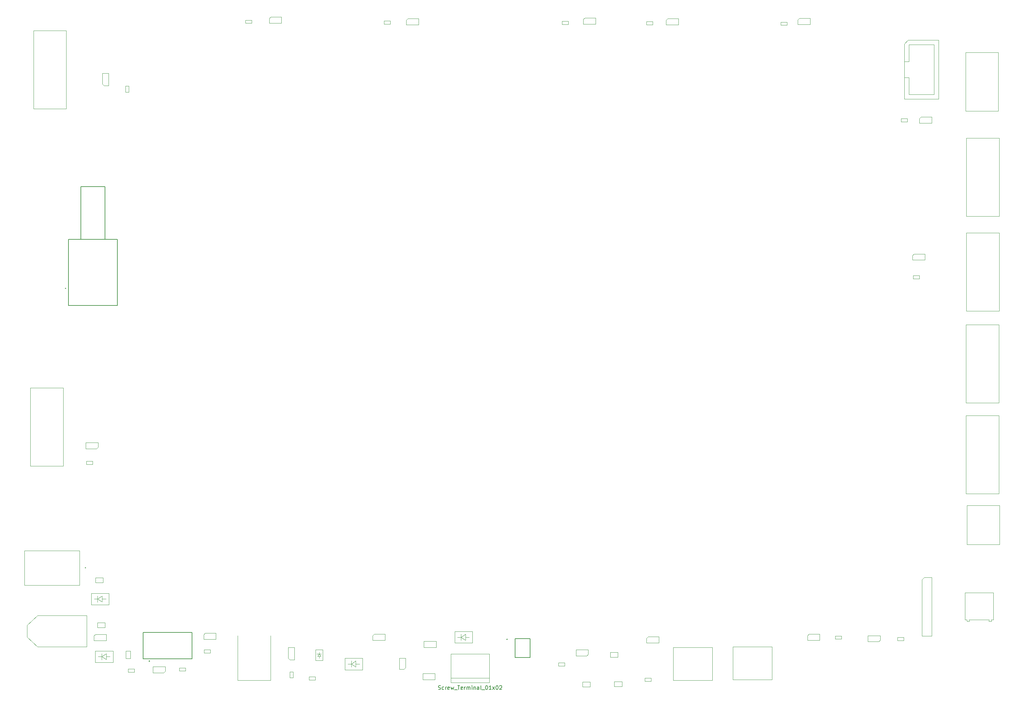
<source format=gbr>
%TF.GenerationSoftware,KiCad,Pcbnew,8.0.5*%
%TF.CreationDate,2025-05-12T12:18:58+05:30*%
%TF.ProjectId,automation,6175746f-6d61-4746-996f-6e2e6b696361,rev?*%
%TF.SameCoordinates,Original*%
%TF.FileFunction,AssemblyDrawing,Top*%
%FSLAX46Y46*%
G04 Gerber Fmt 4.6, Leading zero omitted, Abs format (unit mm)*
G04 Created by KiCad (PCBNEW 8.0.5) date 2025-05-12 12:18:58*
%MOMM*%
%LPD*%
G01*
G04 APERTURE LIST*
%ADD10C,0.150000*%
%ADD11C,0.100000*%
%ADD12C,0.127000*%
%ADD13C,0.200000*%
%ADD14C,0.120000*%
G04 APERTURE END LIST*
D10*
X398361904Y-298887200D02*
X398504761Y-298934819D01*
X398504761Y-298934819D02*
X398742856Y-298934819D01*
X398742856Y-298934819D02*
X398838094Y-298887200D01*
X398838094Y-298887200D02*
X398885713Y-298839580D01*
X398885713Y-298839580D02*
X398933332Y-298744342D01*
X398933332Y-298744342D02*
X398933332Y-298649104D01*
X398933332Y-298649104D02*
X398885713Y-298553866D01*
X398885713Y-298553866D02*
X398838094Y-298506247D01*
X398838094Y-298506247D02*
X398742856Y-298458628D01*
X398742856Y-298458628D02*
X398552380Y-298411009D01*
X398552380Y-298411009D02*
X398457142Y-298363390D01*
X398457142Y-298363390D02*
X398409523Y-298315771D01*
X398409523Y-298315771D02*
X398361904Y-298220533D01*
X398361904Y-298220533D02*
X398361904Y-298125295D01*
X398361904Y-298125295D02*
X398409523Y-298030057D01*
X398409523Y-298030057D02*
X398457142Y-297982438D01*
X398457142Y-297982438D02*
X398552380Y-297934819D01*
X398552380Y-297934819D02*
X398790475Y-297934819D01*
X398790475Y-297934819D02*
X398933332Y-297982438D01*
X399790475Y-298887200D02*
X399695237Y-298934819D01*
X399695237Y-298934819D02*
X399504761Y-298934819D01*
X399504761Y-298934819D02*
X399409523Y-298887200D01*
X399409523Y-298887200D02*
X399361904Y-298839580D01*
X399361904Y-298839580D02*
X399314285Y-298744342D01*
X399314285Y-298744342D02*
X399314285Y-298458628D01*
X399314285Y-298458628D02*
X399361904Y-298363390D01*
X399361904Y-298363390D02*
X399409523Y-298315771D01*
X399409523Y-298315771D02*
X399504761Y-298268152D01*
X399504761Y-298268152D02*
X399695237Y-298268152D01*
X399695237Y-298268152D02*
X399790475Y-298315771D01*
X400219047Y-298934819D02*
X400219047Y-298268152D01*
X400219047Y-298458628D02*
X400266666Y-298363390D01*
X400266666Y-298363390D02*
X400314285Y-298315771D01*
X400314285Y-298315771D02*
X400409523Y-298268152D01*
X400409523Y-298268152D02*
X400504761Y-298268152D01*
X401219047Y-298887200D02*
X401123809Y-298934819D01*
X401123809Y-298934819D02*
X400933333Y-298934819D01*
X400933333Y-298934819D02*
X400838095Y-298887200D01*
X400838095Y-298887200D02*
X400790476Y-298791961D01*
X400790476Y-298791961D02*
X400790476Y-298411009D01*
X400790476Y-298411009D02*
X400838095Y-298315771D01*
X400838095Y-298315771D02*
X400933333Y-298268152D01*
X400933333Y-298268152D02*
X401123809Y-298268152D01*
X401123809Y-298268152D02*
X401219047Y-298315771D01*
X401219047Y-298315771D02*
X401266666Y-298411009D01*
X401266666Y-298411009D02*
X401266666Y-298506247D01*
X401266666Y-298506247D02*
X400790476Y-298601485D01*
X401600000Y-298268152D02*
X401790476Y-298934819D01*
X401790476Y-298934819D02*
X401980952Y-298458628D01*
X401980952Y-298458628D02*
X402171428Y-298934819D01*
X402171428Y-298934819D02*
X402361904Y-298268152D01*
X402504762Y-299030057D02*
X403266666Y-299030057D01*
X403361905Y-297934819D02*
X403933333Y-297934819D01*
X403647619Y-298934819D02*
X403647619Y-297934819D01*
X404647619Y-298887200D02*
X404552381Y-298934819D01*
X404552381Y-298934819D02*
X404361905Y-298934819D01*
X404361905Y-298934819D02*
X404266667Y-298887200D01*
X404266667Y-298887200D02*
X404219048Y-298791961D01*
X404219048Y-298791961D02*
X404219048Y-298411009D01*
X404219048Y-298411009D02*
X404266667Y-298315771D01*
X404266667Y-298315771D02*
X404361905Y-298268152D01*
X404361905Y-298268152D02*
X404552381Y-298268152D01*
X404552381Y-298268152D02*
X404647619Y-298315771D01*
X404647619Y-298315771D02*
X404695238Y-298411009D01*
X404695238Y-298411009D02*
X404695238Y-298506247D01*
X404695238Y-298506247D02*
X404219048Y-298601485D01*
X405123810Y-298934819D02*
X405123810Y-298268152D01*
X405123810Y-298458628D02*
X405171429Y-298363390D01*
X405171429Y-298363390D02*
X405219048Y-298315771D01*
X405219048Y-298315771D02*
X405314286Y-298268152D01*
X405314286Y-298268152D02*
X405409524Y-298268152D01*
X405742858Y-298934819D02*
X405742858Y-298268152D01*
X405742858Y-298363390D02*
X405790477Y-298315771D01*
X405790477Y-298315771D02*
X405885715Y-298268152D01*
X405885715Y-298268152D02*
X406028572Y-298268152D01*
X406028572Y-298268152D02*
X406123810Y-298315771D01*
X406123810Y-298315771D02*
X406171429Y-298411009D01*
X406171429Y-298411009D02*
X406171429Y-298934819D01*
X406171429Y-298411009D02*
X406219048Y-298315771D01*
X406219048Y-298315771D02*
X406314286Y-298268152D01*
X406314286Y-298268152D02*
X406457143Y-298268152D01*
X406457143Y-298268152D02*
X406552382Y-298315771D01*
X406552382Y-298315771D02*
X406600001Y-298411009D01*
X406600001Y-298411009D02*
X406600001Y-298934819D01*
X407076191Y-298934819D02*
X407076191Y-298268152D01*
X407076191Y-297934819D02*
X407028572Y-297982438D01*
X407028572Y-297982438D02*
X407076191Y-298030057D01*
X407076191Y-298030057D02*
X407123810Y-297982438D01*
X407123810Y-297982438D02*
X407076191Y-297934819D01*
X407076191Y-297934819D02*
X407076191Y-298030057D01*
X407552381Y-298268152D02*
X407552381Y-298934819D01*
X407552381Y-298363390D02*
X407600000Y-298315771D01*
X407600000Y-298315771D02*
X407695238Y-298268152D01*
X407695238Y-298268152D02*
X407838095Y-298268152D01*
X407838095Y-298268152D02*
X407933333Y-298315771D01*
X407933333Y-298315771D02*
X407980952Y-298411009D01*
X407980952Y-298411009D02*
X407980952Y-298934819D01*
X408885714Y-298934819D02*
X408885714Y-298411009D01*
X408885714Y-298411009D02*
X408838095Y-298315771D01*
X408838095Y-298315771D02*
X408742857Y-298268152D01*
X408742857Y-298268152D02*
X408552381Y-298268152D01*
X408552381Y-298268152D02*
X408457143Y-298315771D01*
X408885714Y-298887200D02*
X408790476Y-298934819D01*
X408790476Y-298934819D02*
X408552381Y-298934819D01*
X408552381Y-298934819D02*
X408457143Y-298887200D01*
X408457143Y-298887200D02*
X408409524Y-298791961D01*
X408409524Y-298791961D02*
X408409524Y-298696723D01*
X408409524Y-298696723D02*
X408457143Y-298601485D01*
X408457143Y-298601485D02*
X408552381Y-298553866D01*
X408552381Y-298553866D02*
X408790476Y-298553866D01*
X408790476Y-298553866D02*
X408885714Y-298506247D01*
X409504762Y-298934819D02*
X409409524Y-298887200D01*
X409409524Y-298887200D02*
X409361905Y-298791961D01*
X409361905Y-298791961D02*
X409361905Y-297934819D01*
X409647620Y-299030057D02*
X410409524Y-299030057D01*
X410838096Y-297934819D02*
X410933334Y-297934819D01*
X410933334Y-297934819D02*
X411028572Y-297982438D01*
X411028572Y-297982438D02*
X411076191Y-298030057D01*
X411076191Y-298030057D02*
X411123810Y-298125295D01*
X411123810Y-298125295D02*
X411171429Y-298315771D01*
X411171429Y-298315771D02*
X411171429Y-298553866D01*
X411171429Y-298553866D02*
X411123810Y-298744342D01*
X411123810Y-298744342D02*
X411076191Y-298839580D01*
X411076191Y-298839580D02*
X411028572Y-298887200D01*
X411028572Y-298887200D02*
X410933334Y-298934819D01*
X410933334Y-298934819D02*
X410838096Y-298934819D01*
X410838096Y-298934819D02*
X410742858Y-298887200D01*
X410742858Y-298887200D02*
X410695239Y-298839580D01*
X410695239Y-298839580D02*
X410647620Y-298744342D01*
X410647620Y-298744342D02*
X410600001Y-298553866D01*
X410600001Y-298553866D02*
X410600001Y-298315771D01*
X410600001Y-298315771D02*
X410647620Y-298125295D01*
X410647620Y-298125295D02*
X410695239Y-298030057D01*
X410695239Y-298030057D02*
X410742858Y-297982438D01*
X410742858Y-297982438D02*
X410838096Y-297934819D01*
X412123810Y-298934819D02*
X411552382Y-298934819D01*
X411838096Y-298934819D02*
X411838096Y-297934819D01*
X411838096Y-297934819D02*
X411742858Y-298077676D01*
X411742858Y-298077676D02*
X411647620Y-298172914D01*
X411647620Y-298172914D02*
X411552382Y-298220533D01*
X412457144Y-298934819D02*
X412980953Y-298268152D01*
X412457144Y-298268152D02*
X412980953Y-298934819D01*
X413552382Y-297934819D02*
X413647620Y-297934819D01*
X413647620Y-297934819D02*
X413742858Y-297982438D01*
X413742858Y-297982438D02*
X413790477Y-298030057D01*
X413790477Y-298030057D02*
X413838096Y-298125295D01*
X413838096Y-298125295D02*
X413885715Y-298315771D01*
X413885715Y-298315771D02*
X413885715Y-298553866D01*
X413885715Y-298553866D02*
X413838096Y-298744342D01*
X413838096Y-298744342D02*
X413790477Y-298839580D01*
X413790477Y-298839580D02*
X413742858Y-298887200D01*
X413742858Y-298887200D02*
X413647620Y-298934819D01*
X413647620Y-298934819D02*
X413552382Y-298934819D01*
X413552382Y-298934819D02*
X413457144Y-298887200D01*
X413457144Y-298887200D02*
X413409525Y-298839580D01*
X413409525Y-298839580D02*
X413361906Y-298744342D01*
X413361906Y-298744342D02*
X413314287Y-298553866D01*
X413314287Y-298553866D02*
X413314287Y-298315771D01*
X413314287Y-298315771D02*
X413361906Y-298125295D01*
X413361906Y-298125295D02*
X413409525Y-298030057D01*
X413409525Y-298030057D02*
X413457144Y-297982438D01*
X413457144Y-297982438D02*
X413552382Y-297934819D01*
X414266668Y-298030057D02*
X414314287Y-297982438D01*
X414314287Y-297982438D02*
X414409525Y-297934819D01*
X414409525Y-297934819D02*
X414647620Y-297934819D01*
X414647620Y-297934819D02*
X414742858Y-297982438D01*
X414742858Y-297982438D02*
X414790477Y-298030057D01*
X414790477Y-298030057D02*
X414838096Y-298125295D01*
X414838096Y-298125295D02*
X414838096Y-298220533D01*
X414838096Y-298220533D02*
X414790477Y-298363390D01*
X414790477Y-298363390D02*
X414219049Y-298934819D01*
X414219049Y-298934819D02*
X414838096Y-298934819D01*
D11*
%TO.C,C1*%
X435775000Y-296975000D02*
X437775000Y-296975000D01*
X435775000Y-298225000D02*
X435775000Y-296975000D01*
X437775000Y-296975000D02*
X437775000Y-298225000D01*
X437775000Y-298225000D02*
X435775000Y-298225000D01*
%TO.C,FB1*%
X309812500Y-281575000D02*
X311812500Y-281575000D01*
X309812500Y-282825000D02*
X309812500Y-281575000D01*
X311812500Y-281575000D02*
X311812500Y-282825000D01*
X311812500Y-282825000D02*
X309812500Y-282825000D01*
%TO.C,C2*%
X444037500Y-296875000D02*
X446037500Y-296875000D01*
X444037500Y-298125000D02*
X444037500Y-296875000D01*
X446037500Y-296875000D02*
X446037500Y-298125000D01*
X446037500Y-298125000D02*
X444037500Y-298125000D01*
%TO.C,D13*%
X308200000Y-276900000D02*
X308200000Y-273900000D01*
X309850560Y-274600920D02*
X309850560Y-276201120D01*
X309850560Y-275401020D02*
X308948860Y-275401020D01*
X309850560Y-275401020D02*
X311001180Y-274600920D01*
X309850560Y-275401020D02*
X311001180Y-276150320D01*
X311001180Y-275401020D02*
X311999400Y-275401020D01*
X311001180Y-276150320D02*
X311001180Y-274600920D01*
X312800000Y-273900000D02*
X308200000Y-273900000D01*
X312800000Y-273900000D02*
X312800000Y-276900000D01*
X312800000Y-276900000D02*
X308200000Y-276900000D01*
%TO.C,D5*%
X306787500Y-234750000D02*
X306787500Y-236350000D01*
X306787500Y-236350000D02*
X309587500Y-236350000D01*
X309587500Y-236350000D02*
X309987500Y-235950000D01*
X309987500Y-234750000D02*
X306787500Y-234750000D01*
X309987500Y-235950000D02*
X309987500Y-234750000D01*
%TO.C,IC2*%
X374100000Y-293800000D02*
X374100000Y-290800000D01*
X375750560Y-291500920D02*
X375750560Y-293101120D01*
X375750560Y-292301020D02*
X374848860Y-292301020D01*
X375750560Y-292301020D02*
X376901180Y-291500920D01*
X375750560Y-292301020D02*
X376901180Y-293050320D01*
X376901180Y-292301020D02*
X377899400Y-292301020D01*
X376901180Y-293050320D02*
X376901180Y-291500920D01*
X378700000Y-290800000D02*
X374100000Y-290800000D01*
X378700000Y-290800000D02*
X378700000Y-293800000D01*
X378700000Y-293800000D02*
X374100000Y-293800000D01*
%TO.C,D16*%
X457512500Y-124900000D02*
X457512500Y-126100000D01*
X457512500Y-126100000D02*
X460712500Y-126100000D01*
X457912500Y-124500000D02*
X457512500Y-124900000D01*
X460712500Y-124500000D02*
X457912500Y-124500000D01*
X460712500Y-126100000D02*
X460712500Y-124500000D01*
%TO.C,J8*%
X535500000Y-180180000D02*
X535500000Y-200500000D01*
X535500000Y-200500000D02*
X544000000Y-200500000D01*
X544000000Y-180180000D02*
X535500000Y-180180000D01*
X544000000Y-200500000D02*
X544000000Y-180180000D01*
%TO.C,R24*%
X384275000Y-125087500D02*
X385875000Y-125087500D01*
X384275000Y-125912500D02*
X384275000Y-125087500D01*
X385875000Y-125087500D02*
X385875000Y-125912500D01*
X385875000Y-125912500D02*
X384275000Y-125912500D01*
%TO.C,D3*%
X521510000Y-186070000D02*
X521510000Y-187270000D01*
X521510000Y-187270000D02*
X524710000Y-187270000D01*
X521910000Y-185670000D02*
X521510000Y-186070000D01*
X524710000Y-185670000D02*
X521910000Y-185670000D01*
X524710000Y-187270000D02*
X524710000Y-185670000D01*
%TO.C,D15*%
X491712500Y-124800000D02*
X491712500Y-126000000D01*
X491712500Y-126000000D02*
X494912500Y-126000000D01*
X492112500Y-124400000D02*
X491712500Y-124800000D01*
X494912500Y-124400000D02*
X492112500Y-124400000D01*
X494912500Y-126000000D02*
X494912500Y-124400000D01*
%TO.C,R6*%
X317127500Y-141995000D02*
X317952500Y-141995000D01*
X317127500Y-143595000D02*
X317127500Y-141995000D01*
X317952500Y-141995000D02*
X317952500Y-143595000D01*
X317952500Y-143595000D02*
X317127500Y-143595000D01*
%TO.C,D10*%
X381300000Y-284900000D02*
X381300000Y-286100000D01*
X381300000Y-286100000D02*
X384500000Y-286100000D01*
X381700000Y-284500000D02*
X381300000Y-284900000D01*
X384500000Y-284500000D02*
X381700000Y-284500000D01*
X384500000Y-286100000D02*
X384500000Y-284500000D01*
%TO.C,R1*%
X518575000Y-150507500D02*
X520175000Y-150507500D01*
X518575000Y-151332500D02*
X518575000Y-150507500D01*
X520175000Y-150507500D02*
X520175000Y-151332500D01*
X520175000Y-151332500D02*
X518575000Y-151332500D01*
%TO.C,D11*%
X359400000Y-288000000D02*
X359400000Y-290800000D01*
X359400000Y-290800000D02*
X359800000Y-291200000D01*
X359800000Y-291200000D02*
X361000000Y-291200000D01*
X361000000Y-288000000D02*
X359400000Y-288000000D01*
X361000000Y-291200000D02*
X361000000Y-288000000D01*
%TO.C,J12*%
X535400000Y-204080000D02*
X535400000Y-224400000D01*
X535400000Y-224400000D02*
X543900000Y-224400000D01*
X543900000Y-204080000D02*
X535400000Y-204080000D01*
X543900000Y-224400000D02*
X543900000Y-204080000D01*
%TO.C,R28*%
X331100000Y-293287500D02*
X332700000Y-293287500D01*
X331100000Y-294112500D02*
X331100000Y-293287500D01*
X332700000Y-293287500D02*
X332700000Y-294112500D01*
X332700000Y-294112500D02*
X331100000Y-294112500D01*
D12*
%TO.C,S2*%
X302297500Y-181936200D02*
X305537500Y-181936200D01*
X302297500Y-199081200D02*
X302297500Y-181936200D01*
X305537500Y-168166200D02*
X311757500Y-168166200D01*
X305537500Y-181936200D02*
X305537500Y-168166200D01*
X305537500Y-181936200D02*
X311757500Y-181936200D01*
X311757500Y-168166200D02*
X311757500Y-181936200D01*
X311757500Y-181936200D02*
X314997500Y-181936200D01*
X314997500Y-181936200D02*
X314997500Y-199081200D01*
X314997500Y-199081200D02*
X302297500Y-199081200D01*
D13*
X301647500Y-194636200D02*
G75*
G02*
X301447500Y-194636200I-100000J0D01*
G01*
X301447500Y-194636200D02*
G75*
G02*
X301647500Y-194636200I100000J0D01*
G01*
D11*
%TO.C,D14*%
X309280000Y-291900000D02*
X309280000Y-288900000D01*
X310930560Y-289600920D02*
X310930560Y-291201120D01*
X310930560Y-290401020D02*
X310028860Y-290401020D01*
X310930560Y-290401020D02*
X312081180Y-289600920D01*
X310930560Y-290401020D02*
X312081180Y-291150320D01*
X312081180Y-290401020D02*
X313079400Y-290401020D01*
X312081180Y-291150320D02*
X312081180Y-289600920D01*
X313880000Y-288900000D02*
X309280000Y-288900000D01*
X313880000Y-288900000D02*
X313880000Y-291900000D01*
X313880000Y-291900000D02*
X309280000Y-291900000D01*
%TO.C,D4*%
X311140000Y-138707500D02*
X311140000Y-141507500D01*
X311140000Y-141507500D02*
X311540000Y-141907500D01*
X311540000Y-141907500D02*
X312740000Y-141907500D01*
X312740000Y-138707500D02*
X311140000Y-138707500D01*
X312740000Y-141907500D02*
X312740000Y-138707500D01*
%TO.C,R19*%
X487275000Y-125387500D02*
X488875000Y-125387500D01*
X487275000Y-126212500D02*
X487275000Y-125387500D01*
X488875000Y-125387500D02*
X488875000Y-126212500D01*
X488875000Y-126212500D02*
X487275000Y-126212500D01*
%TO.C,R17*%
X359787500Y-294300000D02*
X360612500Y-294300000D01*
X359787500Y-295900000D02*
X359787500Y-294300000D01*
X360612500Y-294300000D02*
X360612500Y-295900000D01*
X360612500Y-295900000D02*
X359787500Y-295900000D01*
%TO.C,R14*%
X364800000Y-295587500D02*
X366400000Y-295587500D01*
X364800000Y-296412500D02*
X364800000Y-295587500D01*
X366400000Y-295587500D02*
X366400000Y-296412500D01*
X366400000Y-296412500D02*
X364800000Y-296412500D01*
%TO.C,J4*%
X535600000Y-251080000D02*
X535600000Y-261240000D01*
X535600000Y-261240000D02*
X544100000Y-261240000D01*
X544100000Y-251080000D02*
X535600000Y-251080000D01*
X544100000Y-261240000D02*
X544100000Y-251080000D01*
%TO.C,R25*%
X348275000Y-124887500D02*
X349875000Y-124887500D01*
X348275000Y-125712500D02*
X348275000Y-124887500D01*
X349875000Y-124887500D02*
X349875000Y-125712500D01*
X349875000Y-125712500D02*
X348275000Y-125712500D01*
%TO.C,F1*%
X309300000Y-269900000D02*
X311300000Y-269900000D01*
X309300000Y-271100000D02*
X309300000Y-269900000D01*
X311300000Y-269900000D02*
X311300000Y-271100000D01*
X311300000Y-271100000D02*
X309300000Y-271100000D01*
%TO.C,J14*%
X401600000Y-289650000D02*
X401600000Y-297150000D01*
X401600000Y-297150000D02*
X411600000Y-297150000D01*
X401650000Y-295950000D02*
X411550000Y-295950000D01*
X411600000Y-289650000D02*
X401600000Y-289650000D01*
X411600000Y-297150000D02*
X411600000Y-289650000D01*
%TO.C,IC3*%
X402592500Y-286840000D02*
X402592500Y-283840000D01*
X404243060Y-284540920D02*
X404243060Y-286141120D01*
X404243060Y-285341020D02*
X403341360Y-285341020D01*
X404243060Y-285341020D02*
X405393680Y-284540920D01*
X404243060Y-285341020D02*
X405393680Y-286090320D01*
X405393680Y-285341020D02*
X406391900Y-285341020D01*
X405393680Y-286090320D02*
X405393680Y-284540920D01*
X407192500Y-283840000D02*
X402592500Y-283840000D01*
X407192500Y-283840000D02*
X407192500Y-286840000D01*
X407192500Y-286840000D02*
X402592500Y-286840000D01*
%TO.C,R22*%
X452390000Y-125287500D02*
X453990000Y-125287500D01*
X452390000Y-126112500D02*
X452390000Y-125287500D01*
X453990000Y-125287500D02*
X453990000Y-126112500D01*
X453990000Y-126112500D02*
X452390000Y-126112500D01*
%TO.C,D2*%
X509900000Y-284900000D02*
X509900000Y-286500000D01*
X509900000Y-286500000D02*
X512700000Y-286500000D01*
X512700000Y-286500000D02*
X513100000Y-286100000D01*
X513100000Y-284900000D02*
X509900000Y-284900000D01*
X513100000Y-286100000D02*
X513100000Y-284900000D01*
%TO.C,F2*%
X394600000Y-286400000D02*
X397800000Y-286400000D01*
X394600000Y-288000000D02*
X394600000Y-286400000D01*
X397800000Y-286400000D02*
X397800000Y-288000000D01*
X397800000Y-288000000D02*
X394600000Y-288000000D01*
%TO.C,D7*%
X494200000Y-284900000D02*
X494200000Y-286100000D01*
X494200000Y-286100000D02*
X497400000Y-286100000D01*
X494600000Y-284500000D02*
X494200000Y-284900000D01*
X497400000Y-284500000D02*
X494600000Y-284500000D01*
X497400000Y-286100000D02*
X497400000Y-284500000D01*
%TO.C,J17*%
X535100000Y-273787900D02*
X535100000Y-280787900D01*
X535100000Y-280787900D02*
X535680000Y-280787900D01*
X535605000Y-281187900D02*
X536255000Y-281187900D01*
X535680000Y-280787900D02*
X535605000Y-281187900D01*
X536180000Y-280787900D02*
X541420000Y-280787900D01*
X536255000Y-281187900D02*
X536180000Y-280787900D01*
X541345000Y-281187900D02*
X541420000Y-280787900D01*
X541345000Y-281187900D02*
X541995000Y-281187900D01*
X541920000Y-280787900D02*
X542500000Y-280787900D01*
X541995000Y-281187900D02*
X541920000Y-280787900D01*
X542500000Y-273787900D02*
X535100000Y-273787900D01*
X542500000Y-280787900D02*
X542500000Y-273787900D01*
%TO.C,F3*%
X394300000Y-294800000D02*
X397500000Y-294800000D01*
X394300000Y-296400000D02*
X394300000Y-294800000D01*
X397500000Y-294800000D02*
X397500000Y-296400000D01*
X397500000Y-296400000D02*
X394300000Y-296400000D01*
%TO.C,D9*%
X434087500Y-288600000D02*
X434087500Y-290200000D01*
X434087500Y-290200000D02*
X436887500Y-290200000D01*
X436887500Y-290200000D02*
X437287500Y-289800000D01*
X437287500Y-288600000D02*
X434087500Y-288600000D01*
X437287500Y-289800000D02*
X437287500Y-288600000D01*
%TO.C,D20*%
X324250000Y-292950000D02*
X324250000Y-294550000D01*
X324250000Y-294550000D02*
X327050000Y-294550000D01*
X327050000Y-294550000D02*
X327450000Y-294150000D01*
X327450000Y-292950000D02*
X324250000Y-292950000D01*
X327450000Y-294150000D02*
X327450000Y-292950000D01*
%TO.C,D17*%
X436012500Y-124700000D02*
X436012500Y-125900000D01*
X436012500Y-125900000D02*
X439212500Y-125900000D01*
X436412500Y-124300000D02*
X436012500Y-124700000D01*
X439212500Y-124300000D02*
X436412500Y-124300000D01*
X439212500Y-125900000D02*
X439212500Y-124300000D01*
%TO.C,RV1*%
X317175000Y-288900000D02*
X318425000Y-288900000D01*
X317175000Y-290900000D02*
X317175000Y-288900000D01*
X318425000Y-288900000D02*
X318425000Y-290900000D01*
X318425000Y-290900000D02*
X317175000Y-290900000D01*
%TO.C,J13*%
X535400000Y-227680000D02*
X535400000Y-248000000D01*
X535400000Y-248000000D02*
X543900000Y-248000000D01*
X543900000Y-227680000D02*
X535400000Y-227680000D01*
X543900000Y-248000000D02*
X543900000Y-227680000D01*
%TO.C,J19*%
X535280000Y-133310000D02*
X535280000Y-148550000D01*
X535280000Y-148550000D02*
X543780000Y-148550000D01*
X543780000Y-133310000D02*
X535280000Y-133310000D01*
X543780000Y-148550000D02*
X543780000Y-133310000D01*
%TO.C,R23*%
X430475000Y-125187500D02*
X432075000Y-125187500D01*
X430475000Y-126012500D02*
X430475000Y-125187500D01*
X432075000Y-125187500D02*
X432075000Y-126012500D01*
X432075000Y-126012500D02*
X430475000Y-126012500D01*
%TO.C,D21*%
X366500000Y-288600000D02*
X368300000Y-288600000D01*
X366500000Y-291400000D02*
X366500000Y-288600000D01*
X367000000Y-290250000D02*
X367400000Y-289650000D01*
X367400000Y-289250000D02*
X367400000Y-289650000D01*
X367400000Y-289650000D02*
X366850000Y-289650000D01*
X367400000Y-289650000D02*
X367800000Y-290250000D01*
X367400000Y-289650000D02*
X367950000Y-289650000D01*
X367400000Y-290250000D02*
X367400000Y-290750000D01*
X367800000Y-290250000D02*
X367000000Y-290250000D01*
X368300000Y-288600000D02*
X368300000Y-291400000D01*
X368300000Y-291400000D02*
X366500000Y-291400000D01*
%TO.C,J10*%
X293210000Y-127590000D02*
X293210000Y-147910000D01*
X293210000Y-147910000D02*
X301710000Y-147910000D01*
X301710000Y-127590000D02*
X293210000Y-127590000D01*
X301710000Y-147910000D02*
X301710000Y-127590000D01*
%TO.C,FB2*%
X442987500Y-289275000D02*
X444987500Y-289275000D01*
X442987500Y-290525000D02*
X442987500Y-289275000D01*
X444987500Y-289275000D02*
X444987500Y-290525000D01*
X444987500Y-290525000D02*
X442987500Y-290525000D01*
%TO.C,J1*%
X459360000Y-288000000D02*
X459360000Y-296500000D01*
X459360000Y-296500000D02*
X469520000Y-296500000D01*
X469520000Y-288000000D02*
X459360000Y-288000000D01*
X469520000Y-296500000D02*
X469520000Y-288000000D01*
%TO.C,J15*%
X519350000Y-131110000D02*
X520350000Y-130110000D01*
X519350000Y-135700000D02*
X520550000Y-135700000D01*
X519350000Y-145390000D02*
X519350000Y-131110000D01*
X520350000Y-130110000D02*
X528250000Y-130110000D01*
X520550000Y-131300000D02*
X527050000Y-131300000D01*
X520550000Y-135700000D02*
X520550000Y-131300000D01*
X520550000Y-139800000D02*
X519350000Y-139800000D01*
X520550000Y-139800000D02*
X520550000Y-139800000D01*
X520550000Y-144200000D02*
X520550000Y-139800000D01*
X527050000Y-131300000D02*
X527050000Y-144200000D01*
X527050000Y-144200000D02*
X520550000Y-144200000D01*
X528250000Y-130110000D02*
X528250000Y-145390000D01*
X528250000Y-145390000D02*
X519350000Y-145390000D01*
%TO.C,R12*%
X451975000Y-295987500D02*
X453575000Y-295987500D01*
X451975000Y-296812500D02*
X451975000Y-295987500D01*
X453575000Y-295987500D02*
X453575000Y-296812500D01*
X453575000Y-296812500D02*
X451975000Y-296812500D01*
%TO.C,R9*%
X501475000Y-284987500D02*
X503075000Y-284987500D01*
X501475000Y-285812500D02*
X501475000Y-284987500D01*
X503075000Y-284987500D02*
X503075000Y-285812500D01*
X503075000Y-285812500D02*
X501475000Y-285812500D01*
%TO.C,J5*%
X290900000Y-262800000D02*
X290900000Y-271800000D01*
X290900000Y-262800000D02*
X305200000Y-262800000D01*
X290900000Y-271800000D02*
X305200000Y-271800000D01*
X305200000Y-262800000D02*
X305200000Y-271800000D01*
D13*
X306800000Y-267300000D02*
G75*
G02*
X306600000Y-267300000I-100000J0D01*
G01*
X306600000Y-267300000D02*
G75*
G02*
X306800000Y-267300000I100000J0D01*
G01*
D11*
%TO.C,U1*%
X346250000Y-296500000D02*
X346250000Y-284900000D01*
X354750000Y-284900000D02*
X354750000Y-296500000D01*
X354750000Y-296500000D02*
X346250000Y-296500000D01*
D14*
%TO.C,J6*%
X291530000Y-282220000D02*
X291530000Y-285320000D01*
X291530000Y-285320000D02*
X294280000Y-287820000D01*
X294280000Y-279720000D02*
X291530000Y-282220000D01*
X294280000Y-287820000D02*
X307030000Y-287820000D01*
X307030000Y-279720000D02*
X294280000Y-279720000D01*
X307030000Y-287820000D02*
X307030000Y-279720000D01*
D11*
%TO.C,D8*%
X452400000Y-285600000D02*
X452400000Y-286800000D01*
X452400000Y-286800000D02*
X455600000Y-286800000D01*
X452800000Y-285200000D02*
X452400000Y-285600000D01*
X455600000Y-285200000D02*
X452800000Y-285200000D01*
X455600000Y-286800000D02*
X455600000Y-285200000D01*
%TO.C,IC1*%
X388200000Y-290750000D02*
X389800000Y-290750000D01*
X388200000Y-293650000D02*
X388200000Y-290750000D01*
X389400000Y-293650000D02*
X388200000Y-293650000D01*
X389800000Y-290750000D02*
X389800000Y-293250000D01*
X389800000Y-293250000D02*
X389400000Y-293650000D01*
%TO.C,D6*%
X308912500Y-284980000D02*
X308912500Y-286180000D01*
X308912500Y-286180000D02*
X312112500Y-286180000D01*
X309312500Y-284580000D02*
X308912500Y-284980000D01*
X312112500Y-284580000D02*
X309312500Y-284580000D01*
X312112500Y-286180000D02*
X312112500Y-284580000D01*
%TO.C,J9*%
X292400000Y-220520000D02*
X292400000Y-240840000D01*
X292400000Y-240840000D02*
X300900000Y-240840000D01*
X300900000Y-220520000D02*
X292400000Y-220520000D01*
X300900000Y-240840000D02*
X300900000Y-220520000D01*
%TO.C,D1*%
X523312500Y-150500000D02*
X523312500Y-151700000D01*
X523312500Y-151700000D02*
X526512500Y-151700000D01*
X523712500Y-150100000D02*
X523312500Y-150500000D01*
X526512500Y-150100000D02*
X523712500Y-150100000D01*
X526512500Y-151700000D02*
X526512500Y-150100000D01*
%TO.C,J7*%
X535500000Y-155580000D02*
X535500000Y-175900000D01*
X535500000Y-175900000D02*
X544000000Y-175900000D01*
X544000000Y-155580000D02*
X535500000Y-155580000D01*
X544000000Y-175900000D02*
X544000000Y-155580000D01*
%TO.C,R2*%
X517600000Y-285387500D02*
X519200000Y-285387500D01*
X517600000Y-286212500D02*
X517600000Y-285387500D01*
X519200000Y-285387500D02*
X519200000Y-286212500D01*
X519200000Y-286212500D02*
X517600000Y-286212500D01*
%TO.C,D12*%
X337400000Y-284700000D02*
X337400000Y-285900000D01*
X337400000Y-285900000D02*
X340600000Y-285900000D01*
X337800000Y-284300000D02*
X337400000Y-284700000D01*
X340600000Y-284300000D02*
X337800000Y-284300000D01*
X340600000Y-285900000D02*
X340600000Y-284300000D01*
D12*
%TO.C,U2*%
X418280000Y-285742500D02*
X418280000Y-290647500D01*
X418280000Y-285742500D02*
X422180000Y-285742500D01*
X418280000Y-290647500D02*
X422180000Y-290647500D01*
X422180000Y-285742500D02*
X422180000Y-290647500D01*
D13*
X416290000Y-285890000D02*
G75*
G02*
X416090000Y-285890000I-100000J0D01*
G01*
X416090000Y-285890000D02*
G75*
G02*
X416290000Y-285890000I100000J0D01*
G01*
D11*
%TO.C,J16*%
X523930000Y-270402900D02*
X524565000Y-269767900D01*
X523930000Y-285007900D02*
X523930000Y-270402900D01*
X524565000Y-269767900D02*
X526470000Y-269767900D01*
X526470000Y-269767900D02*
X526470000Y-285007900D01*
X526470000Y-285007900D02*
X523930000Y-285007900D01*
%TO.C,D19*%
X354412500Y-124500000D02*
X354412500Y-125700000D01*
X354412500Y-125700000D02*
X357612500Y-125700000D01*
X354812500Y-124100000D02*
X354412500Y-124500000D01*
X357612500Y-124100000D02*
X354812500Y-124100000D01*
X357612500Y-125700000D02*
X357612500Y-124100000D01*
%TO.C,R8*%
X317800000Y-293587500D02*
X319400000Y-293587500D01*
X317800000Y-294412500D02*
X317800000Y-293587500D01*
X319400000Y-293587500D02*
X319400000Y-294412500D01*
X319400000Y-294412500D02*
X317800000Y-294412500D01*
D12*
%TO.C,S1*%
X321650000Y-284122500D02*
X321650000Y-290982500D01*
X321650000Y-290982500D02*
X334350000Y-290982500D01*
X334350000Y-284122500D02*
X321650000Y-284122500D01*
X334350000Y-290982500D02*
X334350000Y-284122500D01*
D13*
X323400000Y-291552500D02*
G75*
G02*
X323200000Y-291552500I-100000J0D01*
G01*
X323200000Y-291552500D02*
G75*
G02*
X323400000Y-291552500I100000J0D01*
G01*
D11*
%TO.C,J2*%
X474820000Y-287850000D02*
X474820000Y-296350000D01*
X474820000Y-296350000D02*
X484980000Y-296350000D01*
X484980000Y-287850000D02*
X474820000Y-287850000D01*
X484980000Y-296350000D02*
X484980000Y-287850000D01*
%TO.C,D18*%
X390012500Y-124900000D02*
X390012500Y-126100000D01*
X390012500Y-126100000D02*
X393212500Y-126100000D01*
X390412500Y-124500000D02*
X390012500Y-124900000D01*
X393212500Y-124500000D02*
X390412500Y-124500000D01*
X393212500Y-126100000D02*
X393212500Y-124500000D01*
%TO.C,R3*%
X521635000Y-191297500D02*
X523235000Y-191297500D01*
X521635000Y-192122500D02*
X521635000Y-191297500D01*
X523235000Y-191297500D02*
X523235000Y-192122500D01*
X523235000Y-192122500D02*
X521635000Y-192122500D01*
%TO.C,R7*%
X306975000Y-239587500D02*
X308575000Y-239587500D01*
X306975000Y-240412500D02*
X306975000Y-239587500D01*
X308575000Y-239587500D02*
X308575000Y-240412500D01*
X308575000Y-240412500D02*
X306975000Y-240412500D01*
%TO.C,R13*%
X429587500Y-291987500D02*
X431187500Y-291987500D01*
X429587500Y-292812500D02*
X429587500Y-291987500D01*
X431187500Y-291987500D02*
X431187500Y-292812500D01*
X431187500Y-292812500D02*
X429587500Y-292812500D01*
%TO.C,R18*%
X337500000Y-288587500D02*
X339100000Y-288587500D01*
X337500000Y-289412500D02*
X337500000Y-288587500D01*
X339100000Y-288587500D02*
X339100000Y-289412500D01*
X339100000Y-289412500D02*
X337500000Y-289412500D01*
%TD*%
M02*

</source>
